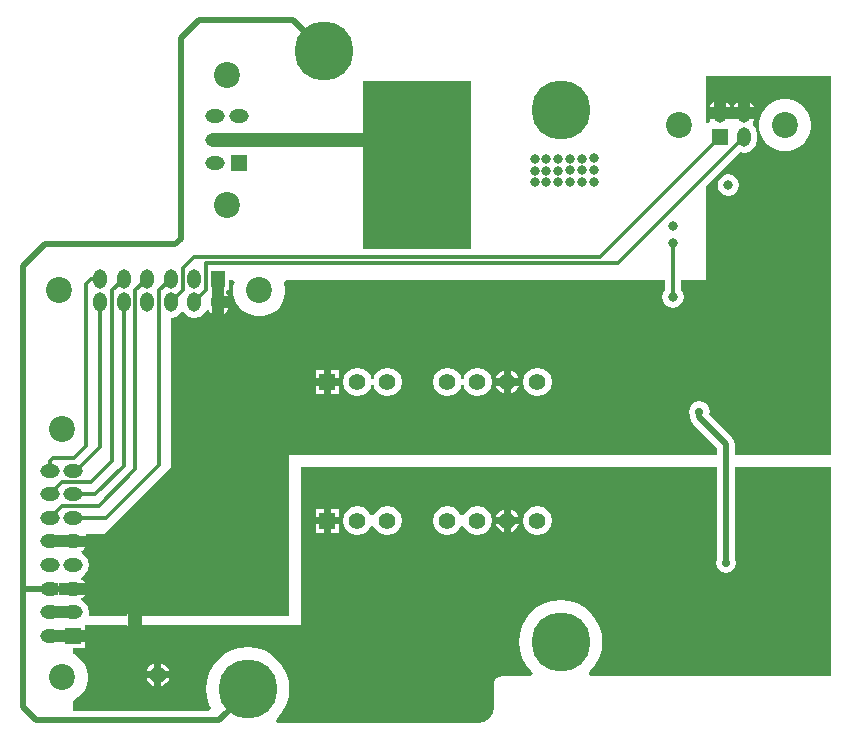
<source format=gbl>
G04 Layer_Physical_Order=4*
G04 Layer_Color=16711680*
%FSLAX44Y44*%
%MOMM*%
G71*
G01*
G75*
%ADD21C,0.3000*%
%ADD22C,1.0000*%
%ADD23C,0.5000*%
%ADD29C,1.4000*%
%ADD30C,2.2000*%
%ADD31O,1.2000X1.6500*%
%ADD32R,1.4000X1.4000*%
%ADD33R,1.2000X1.4000*%
%ADD34R,1.4000X1.4000*%
%ADD35O,1.6500X1.2000*%
%ADD36C,5.0000*%
%ADD37C,0.8000*%
%ADD38C,0.7000*%
%ADD39R,0.8500X1.0000*%
%ADD40R,1.2500X1.0000*%
%ADD41R,0.6000X1.0000*%
%ADD42R,1.2500X1.0250*%
%ADD43R,9.2500X14.2400*%
%ADD44R,12.7500X1.2000*%
G36*
X602353Y223000D02*
Y145855D01*
X601993Y145316D01*
X601334Y142000D01*
X601993Y138684D01*
X603872Y135872D01*
X606684Y133993D01*
X610000Y133334D01*
X613316Y133993D01*
X616128Y135872D01*
X618007Y138684D01*
X618666Y142000D01*
X618007Y145316D01*
X617647Y145855D01*
Y223000D01*
X698883D01*
Y46118D01*
X494824D01*
X493813Y48942D01*
X495046Y49954D01*
X499451Y55321D01*
X502724Y61445D01*
X504740Y68090D01*
X505420Y75000D01*
X504740Y81910D01*
X502724Y88555D01*
X499451Y94679D01*
X495046Y100046D01*
X489679Y104451D01*
X483555Y107724D01*
X476910Y109740D01*
X470000Y110421D01*
X463090Y109740D01*
X456445Y107724D01*
X450321Y104451D01*
X444954Y100046D01*
X440549Y94679D01*
X437276Y88555D01*
X435260Y81910D01*
X434580Y75000D01*
X435260Y68090D01*
X437276Y61445D01*
X440549Y55321D01*
X444954Y49954D01*
X446187Y48942D01*
X445176Y46118D01*
X420000D01*
X417659Y45652D01*
X415674Y44326D01*
X414348Y42341D01*
X413882Y40000D01*
Y20000D01*
X413925Y19784D01*
X412905Y14655D01*
X409877Y10123D01*
X405345Y7095D01*
X400216Y6075D01*
X400000Y6118D01*
X229824D01*
X228813Y8942D01*
X230046Y9954D01*
X234451Y15321D01*
X237724Y21445D01*
X239740Y28090D01*
X240420Y35000D01*
X239740Y41910D01*
X237724Y48555D01*
X234451Y54679D01*
X230046Y60046D01*
X224679Y64451D01*
X218555Y67724D01*
X211910Y69740D01*
X205000Y70420D01*
X198090Y69740D01*
X191445Y67724D01*
X185321Y64451D01*
X179954Y60046D01*
X175549Y54679D01*
X172276Y48555D01*
X170260Y41910D01*
X169580Y35000D01*
X170260Y28090D01*
X172276Y21445D01*
X173732Y18720D01*
X172190Y16147D01*
X57000D01*
X57000Y25122D01*
X57921Y25504D01*
X61524Y27912D01*
X64588Y30976D01*
X66996Y34579D01*
X68654Y38583D01*
X69500Y42833D01*
Y47167D01*
X68654Y51417D01*
X66996Y55421D01*
X64588Y59024D01*
X61524Y62088D01*
X57921Y64496D01*
X57000Y64878D01*
X57000Y70000D01*
X67500D01*
Y75000D01*
X57500D01*
Y85000D01*
X67500D01*
Y89000D01*
X103250D01*
Y88000D01*
X115750D01*
Y89000D01*
X250000D01*
Y223000D01*
X602353Y223000D01*
D02*
G37*
G36*
X698883Y233000D02*
X617647D01*
Y242500D01*
X617647Y242500D01*
X617065Y245426D01*
X615407Y247907D01*
X615407Y247907D01*
X595693Y267621D01*
X596166Y270000D01*
X595507Y273316D01*
X593628Y276128D01*
X590816Y278007D01*
X587500Y278666D01*
X584184Y278007D01*
X581372Y276128D01*
X579493Y273316D01*
X578834Y270000D01*
X579493Y266684D01*
X579853Y266145D01*
Y265000D01*
X579853Y265000D01*
X580435Y262074D01*
X582093Y259593D01*
X602353Y239333D01*
Y233000D01*
X240000Y233000D01*
X240000Y96500D01*
X115750Y96500D01*
Y98250D01*
X103250D01*
Y96500D01*
X71846Y96500D01*
X70577Y98046D01*
X70965Y100000D01*
X70112Y104292D01*
X67681Y107930D01*
X64583Y110000D01*
X64335Y111774D01*
X64446Y112314D01*
X66239Y113511D01*
X67233Y115000D01*
X57500D01*
Y125000D01*
X67233D01*
X66239Y126489D01*
X64446Y127686D01*
X64335Y128226D01*
X64583Y130000D01*
X67681Y132070D01*
X70112Y135708D01*
X70965Y140000D01*
X70112Y144292D01*
X67681Y147931D01*
X64583Y150000D01*
X64335Y151775D01*
X64446Y152314D01*
X66239Y153511D01*
X67233Y155000D01*
X57500D01*
Y165000D01*
X67916D01*
X68555Y166196D01*
X82987D01*
X140000Y223210D01*
X140000Y349035D01*
X144292Y349888D01*
X147930Y352319D01*
X149000Y353920D01*
X151000D01*
X152070Y352319D01*
X155708Y349888D01*
X160000Y349035D01*
X164292Y349888D01*
X167931Y352319D01*
X170000Y355417D01*
X171774Y355665D01*
X172314Y355554D01*
X173511Y353761D01*
X175000Y352767D01*
Y362500D01*
X180000D01*
Y367500D01*
X188629D01*
X188478Y368262D01*
X186982Y370500D01*
X187927Y372500D01*
X189000D01*
Y381000D01*
X192908D01*
X194019Y379337D01*
X193845Y378917D01*
X193000Y374667D01*
Y370333D01*
X193845Y366083D01*
X195504Y362079D01*
X197911Y358476D01*
X200976Y355411D01*
X204579Y353004D01*
X208583Y351345D01*
X212833Y350500D01*
X217167D01*
X221417Y351345D01*
X225421Y353004D01*
X229024Y355411D01*
X232089Y358476D01*
X234496Y362079D01*
X236154Y366083D01*
X237000Y370333D01*
Y374667D01*
X236154Y378917D01*
X235981Y379337D01*
X237092Y381000D01*
X558373Y381000D01*
Y373281D01*
X556522Y370512D01*
X555824Y367000D01*
X556522Y363488D01*
X558511Y360511D01*
X561488Y358522D01*
X565000Y357824D01*
X568512Y358522D01*
X571489Y360511D01*
X573478Y363488D01*
X574176Y367000D01*
X573478Y370512D01*
X571627Y373281D01*
Y381000D01*
X593000D01*
X593000Y461128D01*
X621586Y489714D01*
X625000Y489035D01*
X629292Y489888D01*
X632930Y492319D01*
X635362Y495958D01*
X636215Y500250D01*
Y504750D01*
X635362Y509042D01*
X632930Y512681D01*
X632546Y515343D01*
X633478Y516738D01*
X633629Y517500D01*
X625000D01*
Y522500D01*
X620000D01*
Y532233D01*
X618511Y531239D01*
X616522Y528262D01*
X616020Y525735D01*
X613980D01*
X613478Y528262D01*
X611489Y531239D01*
X610000Y532233D01*
Y522500D01*
X605000D01*
Y517500D01*
X596371D01*
X596522Y516738D01*
X596839Y516264D01*
X595896Y514500D01*
X593000D01*
X593000Y553882D01*
X698883D01*
Y233000D01*
D02*
G37*
%LPC*%
G36*
X282500Y187500D02*
X275500D01*
Y180500D01*
X282500D01*
Y187500D01*
D02*
G37*
G36*
X434499Y174500D02*
X427900D01*
Y167901D01*
X428802Y168080D01*
X432110Y170290D01*
X434320Y173598D01*
X434499Y174500D01*
D02*
G37*
G36*
X269500Y187500D02*
X262500D01*
Y180500D01*
X269500D01*
Y187500D01*
D02*
G37*
G36*
X421900Y187099D02*
X420998Y186920D01*
X417690Y184710D01*
X415480Y181402D01*
X415301Y180500D01*
X421900D01*
Y187099D01*
D02*
G37*
G36*
X399500Y189735D02*
X394818Y188804D01*
X390849Y186152D01*
X388401Y182489D01*
X386800Y182325D01*
X385199Y182489D01*
X382752Y186152D01*
X378782Y188804D01*
X374100Y189735D01*
X369418Y188804D01*
X365448Y186152D01*
X362796Y182182D01*
X361865Y177500D01*
X362796Y172818D01*
X365448Y168848D01*
X369418Y166196D01*
X374100Y165265D01*
X378782Y166196D01*
X382752Y168848D01*
X385199Y172511D01*
X386800Y172675D01*
X388401Y172511D01*
X390849Y168848D01*
X394818Y166196D01*
X399500Y165265D01*
X404182Y166196D01*
X408152Y168848D01*
X410804Y172818D01*
X411735Y177500D01*
X410804Y182182D01*
X408152Y186152D01*
X404182Y188804D01*
X399500Y189735D01*
D02*
G37*
G36*
X323300D02*
X318618Y188804D01*
X314648Y186152D01*
X312201Y182489D01*
X310600Y182325D01*
X308999Y182489D01*
X306551Y186152D01*
X302582Y188804D01*
X297900Y189735D01*
X293218Y188804D01*
X289249Y186152D01*
X286596Y182182D01*
X285665Y177500D01*
X286596Y172818D01*
X289249Y168848D01*
X293218Y166196D01*
X297900Y165265D01*
X302582Y166196D01*
X306551Y168848D01*
X308999Y172511D01*
X310600Y172675D01*
X312201Y172511D01*
X314648Y168848D01*
X318618Y166196D01*
X323300Y165265D01*
X327982Y166196D01*
X331951Y168848D01*
X334604Y172818D01*
X335535Y177500D01*
X334604Y182182D01*
X331951Y186152D01*
X327982Y188804D01*
X323300Y189735D01*
D02*
G37*
G36*
X427900Y187099D02*
Y180500D01*
X434499D01*
X434320Y181402D01*
X432110Y184710D01*
X428802Y186920D01*
X427900Y187099D01*
D02*
G37*
G36*
X421900Y174500D02*
X415301D01*
X415480Y173598D01*
X417690Y170290D01*
X420998Y168080D01*
X421900Y167901D01*
Y174500D01*
D02*
G37*
G36*
X126000Y56599D02*
X125098Y56420D01*
X121790Y54210D01*
X119580Y50902D01*
X119401Y50000D01*
X126000D01*
Y56599D01*
D02*
G37*
G36*
X138599Y44000D02*
X132000D01*
Y37401D01*
X132902Y37580D01*
X136210Y39790D01*
X138420Y43098D01*
X138599Y44000D01*
D02*
G37*
G36*
X126000D02*
X119401D01*
X119580Y43098D01*
X121790Y39790D01*
X125098Y37580D01*
X126000Y37401D01*
Y44000D01*
D02*
G37*
G36*
X132000Y56599D02*
Y50000D01*
X138599D01*
X138420Y50902D01*
X136210Y54210D01*
X132902Y56420D01*
X132000Y56599D01*
D02*
G37*
G36*
X282500Y174500D02*
X275500D01*
Y167500D01*
X282500D01*
Y174500D01*
D02*
G37*
G36*
X269500D02*
X262500D01*
Y167500D01*
X269500D01*
Y174500D01*
D02*
G37*
G36*
X450300Y189735D02*
X445618Y188804D01*
X441648Y186152D01*
X438996Y182182D01*
X438065Y177500D01*
X438996Y172818D01*
X441648Y168848D01*
X445618Y166196D01*
X450300Y165265D01*
X454982Y166196D01*
X458951Y168848D01*
X461604Y172818D01*
X462535Y177500D01*
X461604Y182182D01*
X458951Y186152D01*
X454982Y188804D01*
X450300Y189735D01*
D02*
G37*
G36*
X427900Y304599D02*
Y298000D01*
X434499D01*
X434320Y298902D01*
X432110Y302210D01*
X428802Y304420D01*
X427900Y304599D01*
D02*
G37*
G36*
X188629Y357500D02*
X185000D01*
Y352767D01*
X186489Y353761D01*
X188478Y356738D01*
X188629Y357500D01*
D02*
G37*
G36*
X282500Y305000D02*
X275500D01*
Y298000D01*
X282500D01*
Y305000D01*
D02*
G37*
G36*
X421900Y304599D02*
X420998Y304420D01*
X417690Y302210D01*
X415480Y298902D01*
X415301Y298000D01*
X421900D01*
Y304599D01*
D02*
G37*
G36*
X630000Y532233D02*
Y527500D01*
X633629D01*
X633478Y528262D01*
X631489Y531239D01*
X630000Y532233D01*
D02*
G37*
G36*
X600000Y532233D02*
X598511Y531239D01*
X596522Y528262D01*
X596371Y527500D01*
X600000D01*
Y532233D01*
D02*
G37*
G36*
X612058Y470788D02*
X608546Y470089D01*
X605569Y468100D01*
X603580Y465123D01*
X602882Y461611D01*
X603580Y458100D01*
X605569Y455122D01*
X608546Y453133D01*
X612058Y452435D01*
X615570Y453133D01*
X618547Y455122D01*
X620536Y458100D01*
X621234Y461611D01*
X620536Y465123D01*
X618547Y468100D01*
X615570Y470089D01*
X612058Y470788D01*
D02*
G37*
G36*
X662167Y534500D02*
X657833D01*
X653583Y533655D01*
X649579Y531996D01*
X645976Y529589D01*
X642911Y526524D01*
X640504Y522921D01*
X638845Y518917D01*
X638000Y514667D01*
Y510333D01*
X638845Y506083D01*
X640504Y502079D01*
X642911Y498476D01*
X645976Y495411D01*
X649579Y493004D01*
X653583Y491345D01*
X657833Y490500D01*
X662167D01*
X666417Y491345D01*
X670421Y493004D01*
X674024Y495411D01*
X677088Y498476D01*
X679496Y502079D01*
X681154Y506083D01*
X682000Y510333D01*
Y514667D01*
X681154Y518917D01*
X679496Y522921D01*
X677088Y526524D01*
X674024Y529589D01*
X670421Y531996D01*
X666417Y533655D01*
X662167Y534500D01*
D02*
G37*
G36*
X282500Y292000D02*
X275500D01*
Y285000D01*
X282500D01*
Y292000D01*
D02*
G37*
G36*
X421900D02*
X415301D01*
X415480Y291098D01*
X417690Y287790D01*
X420998Y285580D01*
X421900Y285401D01*
Y292000D01*
D02*
G37*
G36*
X450300Y307235D02*
X445618Y306304D01*
X441648Y303652D01*
X438996Y299682D01*
X438065Y295000D01*
X438996Y290318D01*
X441648Y286348D01*
X445618Y283696D01*
X450300Y282765D01*
X454982Y283696D01*
X458951Y286348D01*
X461604Y290318D01*
X462535Y295000D01*
X461604Y299682D01*
X458951Y303652D01*
X454982Y306304D01*
X450300Y307235D01*
D02*
G37*
G36*
X269500Y292000D02*
X262500D01*
Y285000D01*
X269500D01*
Y292000D01*
D02*
G37*
G36*
X399500Y307235D02*
X394818Y306304D01*
X390849Y303652D01*
X388196Y299682D01*
X387820Y297789D01*
X385780D01*
X385404Y299682D01*
X382752Y303652D01*
X378782Y306304D01*
X374100Y307235D01*
X369418Y306304D01*
X365448Y303652D01*
X362796Y299682D01*
X361865Y295000D01*
X362796Y290318D01*
X365448Y286348D01*
X369418Y283696D01*
X374100Y282765D01*
X378782Y283696D01*
X382752Y286348D01*
X385404Y290318D01*
X385780Y292211D01*
X387820D01*
X388196Y290318D01*
X390849Y286348D01*
X394818Y283696D01*
X399500Y282765D01*
X404182Y283696D01*
X408152Y286348D01*
X410804Y290318D01*
X411735Y295000D01*
X410804Y299682D01*
X408152Y303652D01*
X404182Y306304D01*
X399500Y307235D01*
D02*
G37*
G36*
X269500Y305000D02*
X262500D01*
Y298000D01*
X269500D01*
Y305000D01*
D02*
G37*
G36*
X434499Y292000D02*
X427900D01*
Y285401D01*
X428802Y285580D01*
X432110Y287790D01*
X434320Y291098D01*
X434499Y292000D01*
D02*
G37*
G36*
X323300Y307235D02*
X318618Y306304D01*
X314648Y303652D01*
X311996Y299682D01*
X311620Y297789D01*
X309580D01*
X309204Y299682D01*
X306551Y303652D01*
X302582Y306304D01*
X297900Y307235D01*
X293218Y306304D01*
X289249Y303652D01*
X286596Y299682D01*
X285665Y295000D01*
X286596Y290318D01*
X289249Y286348D01*
X293218Y283696D01*
X297900Y282765D01*
X302582Y283696D01*
X306551Y286348D01*
X309204Y290318D01*
X309580Y292211D01*
X311620D01*
X311996Y290318D01*
X314648Y286348D01*
X318618Y283696D01*
X323300Y282765D01*
X327982Y283696D01*
X331951Y286348D01*
X334604Y290318D01*
X335535Y295000D01*
X334604Y299682D01*
X331951Y303652D01*
X327982Y306304D01*
X323300Y307235D01*
D02*
G37*
%LPD*%
D21*
X503500Y401000D02*
X605000Y502500D01*
X159346Y401000D02*
X503500D01*
X150000Y391655D02*
X159346Y401000D01*
X518292Y395792D02*
X625000Y502500D01*
X170000Y395792D02*
X518292D01*
X160000Y362500D02*
X170000Y372500D01*
Y395792D01*
X150000Y372500D02*
Y391655D01*
X140000Y362500D02*
X150000Y372500D01*
X565000Y367000D02*
Y413000D01*
X57500Y180000D02*
X85000D01*
X79000Y190000D02*
X110000Y221000D01*
X47500Y190000D02*
X79000D01*
X37500Y180000D02*
X47500Y190000D01*
X57500Y200000D02*
X76000D01*
X72000Y210000D02*
X90000Y228000D01*
X47500Y210000D02*
X72000D01*
X37500Y200000D02*
X47500Y210000D01*
X60000Y220000D02*
X80000Y240000D01*
X57500Y220000D02*
X60000D01*
X67825Y240825D02*
Y378171D01*
X58000Y231000D02*
X67825Y240825D01*
X40000Y231000D02*
X58000D01*
X85000Y180000D02*
X130000Y225000D01*
Y372500D01*
X140000Y382500D01*
X110000Y221000D02*
Y372500D01*
X120000Y382500D01*
X76000Y200000D02*
X100000Y224000D01*
Y362500D01*
X90000Y228000D02*
Y372500D01*
X100000Y382500D01*
X80000Y240000D02*
Y362500D01*
X37500Y220000D02*
Y228500D01*
X40000Y231000D01*
X67825Y378171D02*
X72154Y382500D01*
X80000D01*
D22*
X605000Y522500D02*
X625000D01*
X180000Y362500D02*
Y382500D01*
X37500Y80000D02*
X57500D01*
X37500Y160000D02*
X57500D01*
X37500Y100000D02*
X57500D01*
D23*
X148500Y416479D02*
Y586030D01*
X143521Y411500D02*
X148500Y416479D01*
Y586030D02*
X163970Y601500D01*
X587500Y265000D02*
Y270000D01*
X243500Y601500D02*
X270000Y575000D01*
X163970Y601500D02*
X243500D01*
X33476Y411500D02*
X143521D01*
X15000Y393024D02*
X33476Y411500D01*
X15000Y120000D02*
Y393024D01*
X205000Y32571D02*
Y35000D01*
X180929Y8500D02*
X205000Y32571D01*
X25923Y8500D02*
X180929D01*
X15000Y19423D02*
X25923Y8500D01*
X15000Y19423D02*
Y120000D01*
X37500D01*
X610000Y142000D02*
Y242500D01*
X587500Y265000D02*
X610000Y242500D01*
D29*
X129000Y47000D02*
D03*
X450300Y177500D02*
D03*
X424900D02*
D03*
X399500D02*
D03*
X374100D02*
D03*
X323300D02*
D03*
X297900D02*
D03*
X450300Y295000D02*
D03*
X424900D02*
D03*
X399500D02*
D03*
X374100D02*
D03*
X323300D02*
D03*
X297900D02*
D03*
D30*
X660000Y512500D02*
D03*
X570000D02*
D03*
X215000Y372500D02*
D03*
X45000D02*
D03*
X187500Y445000D02*
D03*
Y555000D02*
D03*
X47500Y45000D02*
D03*
Y255000D02*
D03*
D31*
X625000Y522500D02*
D03*
Y502500D02*
D03*
X605000Y522500D02*
D03*
X100000Y362500D02*
D03*
X80000Y382500D02*
D03*
Y362500D02*
D03*
X180000D02*
D03*
X160000Y382500D02*
D03*
Y362500D02*
D03*
X140000Y382500D02*
D03*
Y362500D02*
D03*
X120000Y382500D02*
D03*
Y362500D02*
D03*
X100000Y382500D02*
D03*
D32*
X605000Y502500D02*
D03*
D33*
X180000Y382500D02*
D03*
D34*
X272500Y177500D02*
D03*
Y295000D02*
D03*
X197500Y480000D02*
D03*
X57500Y80000D02*
D03*
D35*
X177500Y480000D02*
D03*
X197500Y500000D02*
D03*
X177500D02*
D03*
X197500Y520000D02*
D03*
X177500D02*
D03*
X57500Y160000D02*
D03*
X37500Y140000D02*
D03*
X57500D02*
D03*
X37500Y120000D02*
D03*
X57500D02*
D03*
X37500Y100000D02*
D03*
X57500D02*
D03*
X37500Y80000D02*
D03*
Y220000D02*
D03*
X57500D02*
D03*
X37500Y200000D02*
D03*
X57500D02*
D03*
X37500Y180000D02*
D03*
X57500D02*
D03*
X37500Y160000D02*
D03*
D36*
X470000Y75000D02*
D03*
X270000Y575000D02*
D03*
X470000Y525000D02*
D03*
X205000Y35000D02*
D03*
D37*
X565000Y413000D02*
D03*
Y427500D02*
D03*
X565000Y367000D02*
D03*
X317500Y502500D02*
D03*
X327500D02*
D03*
X337500D02*
D03*
X347500D02*
D03*
X357500D02*
D03*
X367500D02*
D03*
X377500D02*
D03*
X387500D02*
D03*
X478000Y484000D02*
D03*
Y474500D02*
D03*
Y464500D02*
D03*
X488000Y484000D02*
D03*
Y474500D02*
D03*
Y464500D02*
D03*
X498000Y484500D02*
D03*
Y474500D02*
D03*
Y464500D02*
D03*
X468000Y464000D02*
D03*
Y474000D02*
D03*
Y484000D02*
D03*
X458000Y464000D02*
D03*
Y474000D02*
D03*
Y483500D02*
D03*
X448000Y464000D02*
D03*
Y474000D02*
D03*
Y483500D02*
D03*
X307725Y502500D02*
D03*
Y412500D02*
D03*
X387500D02*
D03*
X377500D02*
D03*
X367500D02*
D03*
X357500D02*
D03*
X347500D02*
D03*
X337500D02*
D03*
X327500D02*
D03*
X317500D02*
D03*
X307725Y490656D02*
D03*
Y452567D02*
D03*
Y443045D02*
D03*
Y433522D02*
D03*
Y424000D02*
D03*
Y471611D02*
D03*
Y462089D02*
D03*
Y481133D02*
D03*
X612058Y461611D02*
D03*
X204581Y78000D02*
D03*
D38*
X610000Y142000D02*
D03*
X587500Y270000D02*
D03*
D39*
X54500Y120000D02*
D03*
X40500D02*
D03*
D40*
X109500Y83000D02*
D03*
Y103000D02*
D03*
D41*
X47500Y120000D02*
D03*
D42*
X109500Y93125D02*
D03*
D43*
X348750Y478800D02*
D03*
D44*
X241250Y500000D02*
D03*
M02*

</source>
